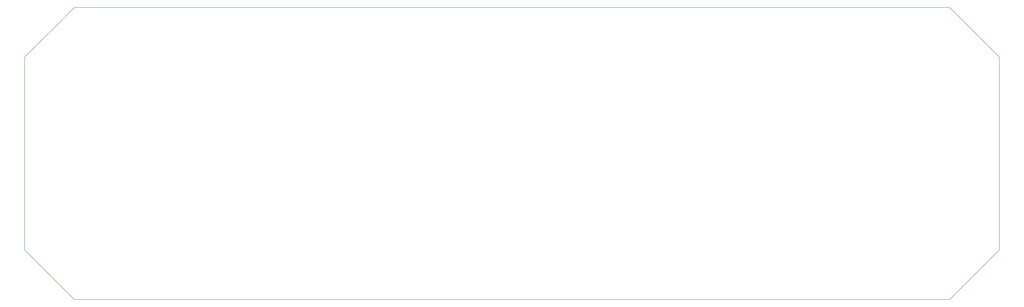
<source format=gbr>
%TF.GenerationSoftware,KiCad,Pcbnew,(5.1.5)-3*%
%TF.CreationDate,2020-04-26T16:35:23-07:00*%
%TF.ProjectId,Keyboard,4b657962-6f61-4726-942e-6b696361645f,rev?*%
%TF.SameCoordinates,Original*%
%TF.FileFunction,Profile,NP*%
%FSLAX46Y46*%
G04 Gerber Fmt 4.6, Leading zero omitted, Abs format (unit mm)*
G04 Created by KiCad (PCBNEW (5.1.5)-3) date 2020-04-26 16:35:23*
%MOMM*%
%LPD*%
G04 APERTURE LIST*
%ADD10C,0.200000*%
G04 APERTURE END LIST*
D10*
X378546000Y-142654001D02*
X355545999Y-165654001D01*
X365546000Y-40409001D02*
X378546000Y-53409001D01*
X-48699251Y-30409001D02*
X355545748Y-30409001D01*
X355545999Y-165654001D02*
X-48698999Y-165654001D01*
X378546000Y-53409001D02*
X378546000Y-142654001D01*
X-48698999Y-165654001D02*
X-61699000Y-152654000D01*
X355545748Y-30409001D02*
X365546000Y-40409001D01*
X-71699000Y-53409042D02*
X-61699000Y-43409001D01*
X-58699000Y-40409001D02*
X-48699251Y-30409001D01*
X-61699000Y-152654000D02*
X-71699164Y-142654042D01*
X-61699000Y-43409001D02*
X-58699000Y-40409001D01*
X-71699164Y-142654042D02*
X-71699000Y-53409042D01*
M02*

</source>
